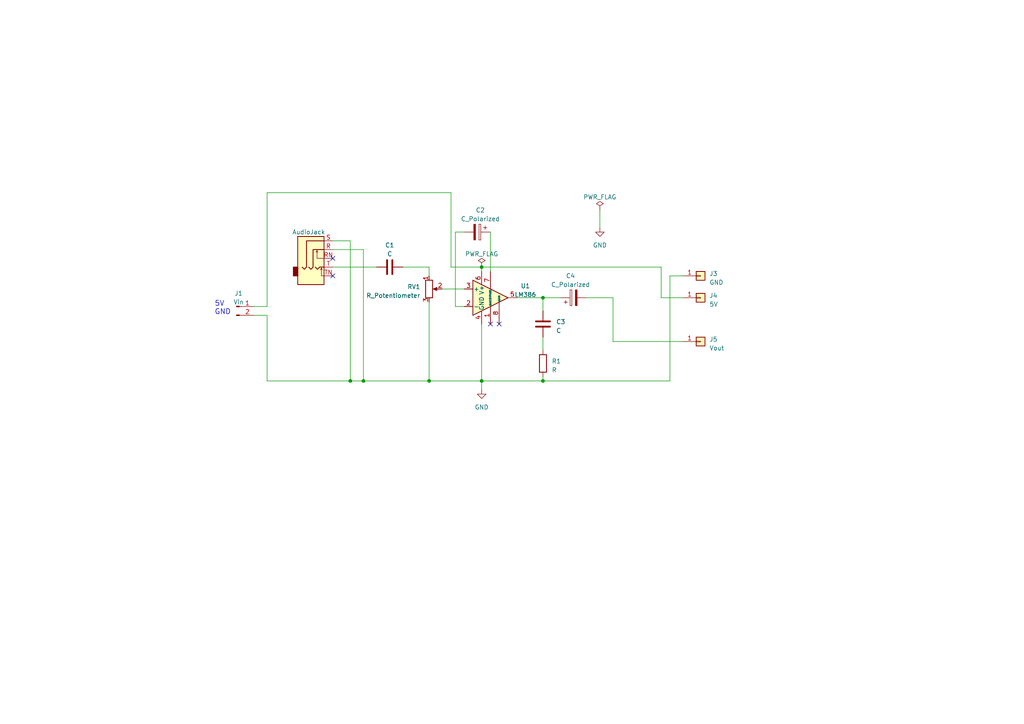
<source format=kicad_sch>
(kicad_sch (version 20230121) (generator eeschema)
  (paper "A4")
  (lib_symbols
    (symbol "Amplifier_Audio:LM386" (pin_names (offset 0.127))
      (property "Reference" "U" (at 1.27 7.62 0))
      (property "Value" "LM386" (at 1.27 5.08 0))
      (symbol "LM386_0_1"
        (polyline (pts (xy 5.08 0) (xy -5.08 5.08) (xy -5.08 -5.08) (xy 5.08 0)) (stroke (width 0.254)) (fill (type background)))
      )
      (symbol "LM386_1_1"
        (pin input line (at 0 -7.62 90) (length 5.08) (name "GAIN") (number "1"))
        (pin input line (at -7.62 -2.54 0) (length 2.54) (name "-") (number "2"))
        (pin input line (at -7.62 2.54 0) (length 2.54) (name "+") (number "3"))
        (pin power_in line (at -2.54 -7.62 90) (length 3.81) (name "GND") (number "4"))
        (pin output line (at 7.62 0 180) (length 2.54) (name "~") (number "5"))
        (pin power_in line (at -2.54 7.62 270) (length 3.81) (name "V+") (number "6"))
        (pin input line (at 0 7.62 270) (length 5.08) (name "BYPASS") (number "7"))
        (pin input line (at 2.54 -7.62 90) (length 6.35) (name "GAIN") (number "8"))
      )
    )
    (symbol "Connector:Conn_01x02_Pin" (pin_names (offset 1.016) hide)
      (property "Reference" "J" (at 0 2.54 0))
      (property "Value" "Conn_01x02_Pin" (at 0 -5.08 0))
      (symbol "Conn_01x02_Pin_1_1"
        (polyline (pts (xy 1.27 -2.54) (xy 0.8636 -2.54)) (stroke (width 0.1524)))
        (polyline (pts (xy 1.27 0) (xy 0.8636 0)) (stroke (width 0.1524)))
        (rectangle (start 0.8636 -2.413) (end 0 -2.667) (stroke (width 0.1524)) (fill (type outline)))
        (rectangle (start 0.8636 0.127) (end 0 -0.127) (stroke (width 0.1524)) (fill (type outline)))
        (pin passive line (at 5.08 0 180) (length 3.81) (name "Pin_1") (number "1"))
        (pin passive line (at 5.08 -2.54 180) (length 3.81) (name "Pin_2") (number "2"))
      )
    )
    (symbol "Connector_Audio:AudioJack3_SwitchTR"
      (property "Reference" "J" (at 0 8.89 0))
      (property "Value" "AudioJack3_SwitchTR" (at 0 6.35 0))
      (symbol "AudioJack3_SwitchTR_0_1"
        (rectangle (start -5.08 -5.08) (end -6.35 -7.62) (stroke (width 0.254)) (fill (type outline)))
        (polyline (pts (xy 0.508 -0.254) (xy 0.762 -0.762)))
        (polyline (pts (xy 1.778 -5.334) (xy 2.032 -5.842)))
        (polyline (pts (xy 0 -5.08) (xy 0.635 -5.715) (xy 1.27 -5.08) (xy 2.54 -5.08)) (stroke (width 0.254)))
        (polyline (pts (xy 2.54 -7.62) (xy 1.778 -7.62) (xy 1.778 -5.334) (xy 1.524 -5.842)))
        (polyline (pts (xy 2.54 -2.54) (xy 0.508 -2.54) (xy 0.508 -0.254) (xy 0.254 -0.762)))
        (polyline (pts (xy -1.905 -5.08) (xy -1.27 -5.715) (xy -0.635 -5.08) (xy -0.635 0) (xy 2.54 0)) (stroke (width 0.254)))
        (polyline (pts (xy 2.54 2.54) (xy -2.54 2.54) (xy -2.54 -5.08) (xy -3.175 -5.715) (xy -3.81 -5.08)) (stroke (width 0.254)))
        (rectangle (start 2.54 3.81) (end -5.08 -10.16) (stroke (width 0.254)) (fill (type background)))
      )
      (symbol "AudioJack3_SwitchTR_1_1"
        (pin passive line (at 5.08 0 180) (length 2.54) (name "~") (number "R"))
        (pin passive line (at 5.08 -2.54 180) (length 2.54) (name "~") (number "RN"))
        (pin passive line (at 5.08 2.54 180) (length 2.54) (name "~") (number "S"))
        (pin passive line (at 5.08 -5.08 180) (length 2.54) (name "~") (number "T"))
        (pin passive line (at 5.08 -7.62 180) (length 2.54) (name "~") (number "TN"))
      )
    )
    (symbol "Connector_Generic:Conn_01x01" (pin_names (offset 1.016) hide)
      (property "Reference" "J" (at 0 2.54 0))
      (property "Value" "Conn_01x01" (at 0 -2.54 0))
      (symbol "Conn_01x01_1_1"
        (rectangle (start -1.27 0.127) (end 0 -0.127) (stroke (width 0.1524)))
        (rectangle (start -1.27 1.27) (end 1.27 -1.27) (stroke (width 0.254)) (fill (type background)))
        (pin passive line (at -5.08 0 0) (length 3.81) (name "Pin_1") (number "1"))
      )
    )
    (symbol "Device:C" (pin_numbers hide) (pin_names (offset 0.254))
      (property "Reference" "C" (at 0.635 2.54 0))
      (property "Value" "C" (at 0.635 -2.54 0))
      (symbol "C_0_1"
        (polyline (pts (xy -2.032 -0.762) (xy 2.032 -0.762)) (stroke (width 0.508)))
        (polyline (pts (xy -2.032 0.762) (xy 2.032 0.762)) (stroke (width 0.508)))
      )
      (symbol "C_1_1"
        (pin passive line (at 0 3.81 270) (length 2.794) (name "~") (number "1"))
        (pin passive line (at 0 -3.81 90) (length 2.794) (name "~") (number "2"))
      )
    )
    (symbol "Device:C_Polarized" (pin_numbers hide) (pin_names (offset 0.254))
      (property "Reference" "C" (at 0.635 2.54 0))
      (property "Value" "C_Polarized" (at 0.635 -2.54 0))
      (symbol "C_Polarized_0_1"
        (rectangle (start -2.286 0.508) (end 2.286 1.016))
        (polyline (pts (xy -1.778 2.286) (xy -0.762 2.286)))
        (polyline (pts (xy -1.27 2.794) (xy -1.27 1.778)))
        (rectangle (start 2.286 -0.508) (end -2.286 -1.016) (fill (type outline)))
      )
      (symbol "C_Polarized_1_1"
        (pin passive line (at 0 3.81 270) (length 2.794) (name "~") (number "1"))
        (pin passive line (at 0 -3.81 90) (length 2.794) (name "~") (number "2"))
      )
    )
    (symbol "Device:R" (pin_numbers hide) (pin_names (offset 0))
      (property "Reference" "R" (at 2.032 0 90))
      (property "Value" "R" (at 0 0 90))
      (symbol "R_0_1"
        (rectangle (start -1.016 -2.54) (end 1.016 2.54) (stroke (width 0.254)))
      )
      (symbol "R_1_1"
        (pin passive line (at 0 3.81 270) (length 1.27) (name "~") (number "1"))
        (pin passive line (at 0 -3.81 90) (length 1.27) (name "~") (number "2"))
      )
    )
    (symbol "Device:R_Potentiometer" (pin_names (offset 1.016) hide)
      (property "Reference" "RV" (at -4.445 0 90))
      (property "Value" "R_Potentiometer" (at -2.54 0 90))
      (symbol "R_Potentiometer_0_1"
        (polyline (pts (xy 2.54 0) (xy 1.524 0)))
        (polyline (pts (xy 1.143 0) (xy 2.286 0.508) (xy 2.286 -0.508) (xy 1.143 0)) (fill (type outline)))
        (rectangle (start 1.016 2.54) (end -1.016 -2.54) (stroke (width 0.254)))
      )
      (symbol "R_Potentiometer_1_1"
        (pin passive line (at 0 3.81 270) (length 1.27) (name "1") (number "1"))
        (pin passive line (at 3.81 0 180) (length 1.27) (name "2") (number "2"))
        (pin passive line (at 0 -3.81 90) (length 1.27) (name "3") (number "3"))
      )
    )
    (symbol "power:GND" (power) (pin_names (offset 0))
      (property "Value" "GND" (at 0 -3.81 0))
      (symbol "GND_0_1"
        (polyline (pts (xy 0 0) (xy 0 -1.27) (xy 1.27 -1.27) (xy 0 -2.54) (xy -1.27 -1.27) (xy 0 -1.27)))
      )
      (symbol "GND_1_1"
        (pin power_in line (at 0 0 270) (length 0) hide (name "GND") (number "1"))
      )
    )
    (symbol "power:PWR_FLAG" (power) (pin_numbers hide) (pin_names (offset 0) hide)
      (property "Value" "PWR_FLAG" (at 0 3.81 0))
      (symbol "PWR_FLAG_0_0"
        (pin power_out line (at 0 0 90) (length 0) (name "pwr") (number "1"))
      )
      (symbol "PWR_FLAG_0_1"
        (polyline (pts (xy 0 0) (xy 0 1.27) (xy -1.016 1.905) (xy 0 2.54) (xy 1.016 1.905) (xy 0 1.27)))
      )
    )
  )
  (junction (at 157.48 86.36))
  (junction (at 105.41 110.49))
  (junction (at 124.46 110.49))
  (junction (at 101.6 110.49))
  (junction (at 157.48 110.49))
  (junction (at 139.7 110.49))
  (junction (at 139.7 77.47))
  (no_connect (at 142.24 93.98))
  (no_connect (at 96.52 74.93))
  (no_connect (at 96.52 80.01))
  (no_connect (at 144.78 93.98))
  (wire (pts (xy 134.62 67.31) (xy 132.08 67.31)))
  (wire (pts (xy 149.86 86.36) (xy 157.48 86.36)))
  (wire (pts (xy 177.8 86.36) (xy 177.8 99.06)))
  (wire (pts (xy 142.24 67.31) (xy 142.24 78.74)))
  (wire (pts (xy 173.99 60.96) (xy 173.99 66.04)))
  (wire (pts (xy 139.7 77.47) (xy 139.7 78.74)))
  (wire (pts (xy 128.27 83.82) (xy 134.62 83.82)))
  (wire (pts (xy 157.48 86.36) (xy 162.56 86.36)))
  (wire (pts (xy 124.46 87.63) (xy 124.46 110.49)))
  (wire (pts (xy 194.31 80.01) (xy 198.12 80.01)))
  (wire (pts (xy 96.52 77.47) (xy 109.22 77.47)))
  (wire (pts (xy 139.7 110.49) (xy 157.48 110.49)))
  (wire (pts (xy 177.8 99.06) (xy 198.12 99.06)))
  (wire (pts (xy 130.81 55.88) (xy 130.81 77.47)))
  (wire (pts (xy 96.52 72.39) (xy 105.41 72.39)))
  (wire (pts (xy 170.18 86.36) (xy 177.8 86.36)))
  (wire (pts (xy 77.47 91.44) (xy 77.47 110.49)))
  (wire (pts (xy 130.81 77.47) (xy 139.7 77.47)))
  (wire (pts (xy 139.7 77.47) (xy 191.77 77.47)))
  (wire (pts (xy 139.7 93.98) (xy 139.7 110.49)))
  (wire (pts (xy 191.77 86.36) (xy 198.12 86.36)))
  (wire (pts (xy 96.52 69.85) (xy 101.6 69.85)))
  (wire (pts (xy 124.46 77.47) (xy 124.46 80.01)))
  (wire (pts (xy 101.6 110.49) (xy 105.41 110.49)))
  (wire (pts (xy 105.41 110.49) (xy 124.46 110.49)))
  (wire (pts (xy 77.47 55.88) (xy 77.47 88.9)))
  (wire (pts (xy 132.08 67.31) (xy 132.08 88.9)))
  (wire (pts (xy 73.66 88.9) (xy 77.47 88.9)))
  (wire (pts (xy 77.47 110.49) (xy 101.6 110.49)))
  (wire (pts (xy 139.7 110.49) (xy 139.7 113.03)))
  (wire (pts (xy 157.48 110.49) (xy 194.31 110.49)))
  (wire (pts (xy 124.46 110.49) (xy 139.7 110.49)))
  (wire (pts (xy 191.77 77.47) (xy 191.77 86.36)))
  (wire (pts (xy 157.48 110.49) (xy 157.48 109.22)))
  (wire (pts (xy 101.6 69.85) (xy 101.6 110.49)))
  (wire (pts (xy 194.31 110.49) (xy 194.31 80.01)))
  (wire (pts (xy 157.48 97.79) (xy 157.48 101.6)))
  (wire (pts (xy 105.41 72.39) (xy 105.41 110.49)))
  (wire (pts (xy 132.08 88.9) (xy 134.62 88.9)))
  (wire (pts (xy 77.47 55.88) (xy 130.81 55.88)))
  (wire (pts (xy 157.48 86.36) (xy 157.48 90.17)))
  (wire (pts (xy 73.66 91.44) (xy 77.47 91.44)))
  (wire (pts (xy 116.84 77.47) (xy 124.46 77.47)))
  (text "5V\nGND" (at 62.23 91.44 0) (effects (font (size 1.5 1.5)) (justify left bottom)))
  (symbol (lib_id "Device:R") (at 157.48 105.41 0) (unit 1)
    (property "Reference" "R1" (at 160.02 104.775 0) (effects (justify left)))
    (property "Value" "R" (at 160.02 107.315 0) (effects (justify left)))
    (property "Footprint" "Resistor_SMD:R_0805_2012Metric_Pad1.20x1.40mm_HandSolder" (effects hide))
  )
  (symbol (lib_id "Device:C_Polarized") (at 138.43 67.31 270) (unit 1)
    (property "Reference" "C2" (at 139.319 60.96 90))
    (property "Value" "C_Polarized" (at 139.319 63.5 90))
    (property "Footprint" "Capacitor_SMD:CP_Elec_6.3x5.4" (effects hide))
  )
  (symbol (lib_id "power:GND") (at 173.99 66.04 0) (unit 1)
    (property "Reference" "#PWR02" (effects hide))
    (property "Value" "GND" (at 173.99 71.12 0))
  )
  (symbol (lib_id "Device:C_Polarized") (at 166.37 86.36 90) (unit 1)
    (property "Reference" "C4" (at 165.481 80.01 90))
    (property "Value" "C_Polarized" (at 165.481 82.55 90))
    (property "Footprint" "Capacitor_SMD:CP_Elec_6.3x5.4" (effects hide))
  )
  (symbol (lib_id "Device:C") (at 157.48 93.98 0) (unit 1)
    (property "Reference" "C3" (at 161.29 93.345 0) (effects (justify left)))
    (property "Value" "C" (at 161.29 95.885 0) (effects (justify left)))
    (property "Footprint" "Capacitor_SMD:C_0805_2012Metric_Pad1.18x1.45mm_HandSolder" (effects hide))
  )
  (symbol (lib_id "power:PWR_FLAG") (at 173.99 60.96 0) (unit 1)
    (property "Reference" "#FLG02" (effects hide))
    (property "Value" "PWR_FLAG" (at 173.99 57.15 0))
  )
  (symbol (lib_id "Connector_Audio:AudioJack3_SwitchTR") (at 91.44 72.39 0) (unit 1)
    (property "Reference" "J7" (effects hide))
    (property "Value" "AudioJack" (at 89.535 67.31 0))
    (property "Footprint" "Connector_Audio:Jack_3.5mm_Ledino_KB3SPRS_Horizontal" (effects hide))
  )
  (symbol (lib_id "Device:R_Potentiometer") (at 124.46 83.82 0) (unit 1)
    (property "Reference" "RV1" (at 121.92 83.185 0) (effects (justify right)))
    (property "Value" "R_Potentiometer" (at 121.92 85.725 0) (effects (justify right)))
    (property "Footprint" "Potentiometer_THT:Potentiometer_Piher_PT-10-H05_Horizontal" (effects hide))
  )
  (symbol (lib_id "power:GND") (at 139.7 113.03 0) (unit 1)
    (property "Reference" "#PWR01" (effects hide))
    (property "Value" "GND" (at 139.7 118.11 0))
  )
  (symbol (lib_id "Connector:Conn_01x02_Pin") (at 68.58 88.9 0) (unit 1)
    (property "Reference" "J1" (at 69.215 85.09 0))
    (property "Value" "Vin" (at 69.215 87.63 0))
    (property "Footprint" "Connector_PinHeader_2.54mm:PinHeader_1x02_P2.54mm_Vertical" (effects hide))
  )
  (symbol (lib_id "Device:C") (at 113.03 77.47 90) (unit 1)
    (property "Reference" "C1" (at 113.03 71.12 90))
    (property "Value" "C" (at 113.03 73.66 90))
    (property "Footprint" "Capacitor_SMD:C_0805_2012Metric_Pad1.18x1.45mm_HandSolder" (effects hide))
  )
  (symbol (lib_id "Connector_Generic:Conn_01x01") (at 203.2 99.06 0) (unit 1)
    (property "Reference" "J5" (at 205.74 98.425 0) (effects (justify left)))
    (property "Value" "Vout" (at 205.74 100.965 0) (effects (justify left)))
    (property "Footprint" "Connector_PinSocket_2.54mm:PinSocket_1x01_P2.54mm_Vertical" (effects hide))
  )
  (symbol (lib_id "power:PWR_FLAG") (at 139.7 77.47 0) (unit 1)
    (property "Reference" "#FLG01" (effects hide))
    (property "Value" "PWR_FLAG" (at 139.7 73.66 0))
  )
  (symbol (lib_id "Connector_Generic:Conn_01x01") (at 203.2 80.01 0) (unit 1)
    (property "Reference" "J3" (at 205.74 79.375 0) (effects (justify left)))
    (property "Value" "GND" (at 205.74 81.915 0) (effects (justify left)))
    (property "Footprint" "Connector_PinSocket_2.54mm:PinSocket_1x01_P2.54mm_Vertical" (effects hide))
  )
  (symbol (lib_id "Amplifier_Audio:LM386") (at 142.24 86.36 0) (unit 1)
    (property "Reference" "U1" (at 152.4 82.9311 0))
    (property "Value" "LM386" (at 152.4 85.4711 0))
    (property "Footprint" "Package_SO:MSOP-8_3x3mm_P0.65mm" (effects hide))
    (property "Datasheet" "http://www.ti.com/lit/ds/symlink/lm386.pdf" (effects hide))
  )
  (symbol (lib_id "Connector_Generic:Conn_01x01") (at 203.2 86.36 0) (unit 1)
    (property "Reference" "J4" (at 205.74 85.725 0) (effects (justify left)))
    (property "Value" "5V" (at 205.74 88.265 0) (effects (justify left)))
    (property "Footprint" "Connector_PinSocket_2.54mm:PinSocket_1x01_P2.54mm_Vertical" (effects hide))
  )
)
</source>
